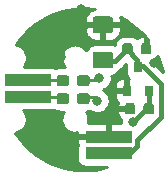
<source format=gtl>
%TF.GenerationSoftware,KiCad,Pcbnew,(5.1.0-1220-ga833aeeac)*%
%TF.CreationDate,2019-07-10T21:20:11+03:00*%
%TF.ProjectId,proto_II_sensor_kicad,70726f74-6f5f-4494-995f-73656e736f72,rev?*%
%TF.SameCoordinates,Original*%
%TF.FileFunction,Copper,L1,Top*%
%TF.FilePolarity,Positive*%
%FSLAX46Y46*%
G04 Gerber Fmt 4.6, Leading zero omitted, Abs format (unit mm)*
G04 Created by KiCad (PCBNEW (5.1.0-1220-ga833aeeac)) date 2019-07-10 21:20:11*
%MOMM*%
%LPD*%
G04 APERTURE LIST*
%ADD10R,0.800000X0.900000*%
%ADD11C,0.160000*%
%ADD12C,0.950000*%
%ADD13C,0.875000*%
%ADD14C,1.425000*%
%ADD15R,4.000000X1.000000*%
%ADD16C,0.800000*%
%ADD17C,0.400000*%
%ADD18C,0.250000*%
%ADD19C,0.254000*%
G04 APERTURE END LIST*
D10*
X135635356Y-126650000D03*
X136585356Y-128650000D03*
X134685356Y-128650000D03*
D11*
G36*
X131378387Y-128818079D02*
G01*
X131455438Y-128869562D01*
X131506921Y-128946613D01*
X131525000Y-129037500D01*
X131525000Y-129512500D01*
X131506921Y-129603387D01*
X131455438Y-129680438D01*
X131378387Y-129731921D01*
X131287500Y-129750000D01*
X130712500Y-129750000D01*
X130621613Y-129731921D01*
X130544562Y-129680438D01*
X130493079Y-129603387D01*
X130475000Y-129512500D01*
X130475000Y-129037500D01*
X130493079Y-128946613D01*
X130544562Y-128869562D01*
X130621613Y-128818079D01*
X130712500Y-128800000D01*
X131287500Y-128800000D01*
X131378387Y-128818079D01*
X131378387Y-128818079D01*
G37*
D12*
X131000000Y-129275000D03*
D11*
G36*
X129628387Y-128818079D02*
G01*
X129705438Y-128869562D01*
X129756921Y-128946613D01*
X129775000Y-129037500D01*
X129775000Y-129512500D01*
X129756921Y-129603387D01*
X129705438Y-129680438D01*
X129628387Y-129731921D01*
X129537500Y-129750000D01*
X128962500Y-129750000D01*
X128871613Y-129731921D01*
X128794562Y-129680438D01*
X128743079Y-129603387D01*
X128725000Y-129512500D01*
X128725000Y-129037500D01*
X128743079Y-128946613D01*
X128794562Y-128869562D01*
X128871613Y-128818079D01*
X128962500Y-128800000D01*
X129537500Y-128800000D01*
X129628387Y-128818079D01*
X129628387Y-128818079D01*
G37*
D12*
X129250000Y-129275000D03*
D11*
G36*
X131378387Y-127293079D02*
G01*
X131455438Y-127344562D01*
X131506921Y-127421613D01*
X131525000Y-127512500D01*
X131525000Y-127987500D01*
X131506921Y-128078387D01*
X131455438Y-128155438D01*
X131378387Y-128206921D01*
X131287500Y-128225000D01*
X130712500Y-128225000D01*
X130621613Y-128206921D01*
X130544562Y-128155438D01*
X130493079Y-128078387D01*
X130475000Y-127987500D01*
X130475000Y-127512500D01*
X130493079Y-127421613D01*
X130544562Y-127344562D01*
X130621613Y-127293079D01*
X130712500Y-127275000D01*
X131287500Y-127275000D01*
X131378387Y-127293079D01*
X131378387Y-127293079D01*
G37*
D12*
X131000000Y-127750000D03*
D11*
G36*
X129628387Y-127293079D02*
G01*
X129705438Y-127344562D01*
X129756921Y-127421613D01*
X129775000Y-127512500D01*
X129775000Y-127987500D01*
X129756921Y-128078387D01*
X129705438Y-128155438D01*
X129628387Y-128206921D01*
X129537500Y-128225000D01*
X128962500Y-128225000D01*
X128871613Y-128206921D01*
X128794562Y-128155438D01*
X128743079Y-128078387D01*
X128725000Y-127987500D01*
X128725000Y-127512500D01*
X128743079Y-127421613D01*
X128794562Y-127344562D01*
X128871613Y-127293079D01*
X128962500Y-127275000D01*
X129537500Y-127275000D01*
X129628387Y-127293079D01*
X129628387Y-127293079D01*
G37*
D12*
X129250000Y-127750000D03*
D11*
G36*
X135239962Y-129691651D02*
G01*
X135310930Y-129739070D01*
X135358349Y-129810038D01*
X135375000Y-129893750D01*
X135375000Y-130406250D01*
X135358349Y-130489962D01*
X135310930Y-130560930D01*
X135239962Y-130608349D01*
X135156250Y-130625000D01*
X134718750Y-130625000D01*
X134635038Y-130608349D01*
X134564070Y-130560930D01*
X134516651Y-130489962D01*
X134500000Y-130406250D01*
X134500000Y-129893750D01*
X134516651Y-129810038D01*
X134564070Y-129739070D01*
X134635038Y-129691651D01*
X134718750Y-129675000D01*
X135156250Y-129675000D01*
X135239962Y-129691651D01*
X135239962Y-129691651D01*
G37*
D13*
X134937500Y-130150000D03*
D11*
G36*
X136814962Y-129691651D02*
G01*
X136885930Y-129739070D01*
X136933349Y-129810038D01*
X136950000Y-129893750D01*
X136950000Y-130406250D01*
X136933349Y-130489962D01*
X136885930Y-130560930D01*
X136814962Y-130608349D01*
X136731250Y-130625000D01*
X136293750Y-130625000D01*
X136210038Y-130608349D01*
X136139070Y-130560930D01*
X136091651Y-130489962D01*
X136075000Y-130406250D01*
X136075000Y-129893750D01*
X136091651Y-129810038D01*
X136139070Y-129739070D01*
X136210038Y-129691651D01*
X136293750Y-129675000D01*
X136731250Y-129675000D01*
X136814962Y-129691651D01*
X136814962Y-129691651D01*
G37*
D13*
X136512500Y-130150000D03*
D11*
G36*
X136602463Y-124616651D02*
G01*
X136673431Y-124664070D01*
X136720850Y-124735038D01*
X136737501Y-124818750D01*
X136737501Y-125331250D01*
X136720850Y-125414962D01*
X136673431Y-125485930D01*
X136602463Y-125533349D01*
X136518751Y-125550000D01*
X136081251Y-125550000D01*
X135997539Y-125533349D01*
X135926571Y-125485930D01*
X135879152Y-125414962D01*
X135862501Y-125331250D01*
X135862501Y-124818750D01*
X135879152Y-124735038D01*
X135926571Y-124664070D01*
X135997539Y-124616651D01*
X136081251Y-124600000D01*
X136518751Y-124600000D01*
X136602463Y-124616651D01*
X136602463Y-124616651D01*
G37*
D13*
X136300001Y-125075000D03*
D11*
G36*
X135027463Y-124616651D02*
G01*
X135098431Y-124664070D01*
X135145850Y-124735038D01*
X135162501Y-124818750D01*
X135162501Y-125331250D01*
X135145850Y-125414962D01*
X135098431Y-125485930D01*
X135027463Y-125533349D01*
X134943751Y-125550000D01*
X134506251Y-125550000D01*
X134422539Y-125533349D01*
X134351571Y-125485930D01*
X134304152Y-125414962D01*
X134287501Y-125331250D01*
X134287501Y-124818750D01*
X134304152Y-124735038D01*
X134351571Y-124664070D01*
X134422539Y-124616651D01*
X134506251Y-124600000D01*
X134943751Y-124600000D01*
X135027463Y-124616651D01*
X135027463Y-124616651D01*
G37*
D13*
X134725001Y-125075000D03*
D11*
G36*
X133370671Y-122356530D02*
G01*
X133451777Y-122410723D01*
X133505970Y-122491829D01*
X133525000Y-122587500D01*
X133525000Y-123512500D01*
X133505970Y-123608171D01*
X133451777Y-123689277D01*
X133370671Y-123743470D01*
X133275000Y-123762500D01*
X132025000Y-123762500D01*
X131929329Y-123743470D01*
X131848223Y-123689277D01*
X131794030Y-123608171D01*
X131775000Y-123512500D01*
X131775000Y-122587500D01*
X131794030Y-122491829D01*
X131848223Y-122410723D01*
X131929329Y-122356530D01*
X132025000Y-122337500D01*
X133275000Y-122337500D01*
X133370671Y-122356530D01*
X133370671Y-122356530D01*
G37*
D14*
X132650000Y-123050000D03*
D11*
G36*
X133370671Y-125331530D02*
G01*
X133451777Y-125385723D01*
X133505970Y-125466829D01*
X133525000Y-125562500D01*
X133525000Y-126487500D01*
X133505970Y-126583171D01*
X133451777Y-126664277D01*
X133370671Y-126718470D01*
X133275000Y-126737500D01*
X132025000Y-126737500D01*
X131929329Y-126718470D01*
X131848223Y-126664277D01*
X131794030Y-126583171D01*
X131775000Y-126487500D01*
X131775000Y-125562500D01*
X131794030Y-125466829D01*
X131848223Y-125385723D01*
X131929329Y-125331530D01*
X132025000Y-125312500D01*
X133275000Y-125312500D01*
X133370671Y-125331530D01*
X133370671Y-125331530D01*
G37*
D14*
X132650000Y-126025000D03*
D15*
X126275000Y-129150000D03*
X126275000Y-127750000D03*
X133125000Y-132525000D03*
X133125000Y-133925000D03*
D16*
X129075000Y-125800000D03*
X130825000Y-121725000D03*
X126475000Y-125300000D03*
X134900000Y-123425000D03*
X136950000Y-126300000D03*
X126650000Y-124200000D03*
X126900000Y-133375000D03*
X125730000Y-132334000D03*
X127000000Y-130810000D03*
X127250000Y-123175000D03*
X135200000Y-131275000D03*
X132175000Y-129475000D03*
X132350000Y-127550000D03*
D17*
X136325000Y-130150000D02*
X135200000Y-131275000D01*
X136512500Y-130150000D02*
X136325000Y-130150000D01*
X136585356Y-130089644D02*
X136550000Y-130125000D01*
X136585356Y-128650000D02*
X136585356Y-130089644D01*
X133125000Y-134050000D02*
X133075000Y-134000000D01*
X133125000Y-134025000D02*
X133125000Y-134050000D01*
X133125000Y-134000000D02*
X133125000Y-134025000D01*
X134870002Y-134000000D02*
X133125000Y-134000000D01*
X137525000Y-130825000D02*
X135525001Y-132824999D01*
X137525000Y-128019642D02*
X137525000Y-130825000D01*
X135525001Y-133345001D02*
X134870002Y-134000000D01*
X135525001Y-132824999D02*
X135525001Y-133345001D01*
X135550000Y-126550000D02*
X136055358Y-126550000D01*
X136055358Y-126550000D02*
X137525000Y-128019642D01*
X135550000Y-126000000D02*
X135550000Y-126550000D01*
X134675000Y-125125000D02*
X135550000Y-126000000D01*
X133675000Y-126125000D02*
X134675000Y-125125000D01*
X132625000Y-126125000D02*
X133675000Y-126125000D01*
D18*
X129225000Y-129150000D02*
X129250000Y-129175000D01*
X126275000Y-129150000D02*
X129225000Y-129150000D01*
X129200000Y-127750000D02*
X129225000Y-127775000D01*
X126275000Y-127750000D02*
X129200000Y-127750000D01*
X131875000Y-129175000D02*
X132175000Y-129475000D01*
X131000000Y-129175000D02*
X131875000Y-129175000D01*
X132150000Y-127750000D02*
X132350000Y-127550000D01*
X131000000Y-127750000D02*
X132150000Y-127750000D01*
X134625000Y-125225000D02*
X134625000Y-125125000D01*
X132625000Y-126125000D02*
X132675000Y-126125000D01*
D19*
G36*
X134592519Y-127100000D02*
G01*
X134596846Y-127132870D01*
X134665955Y-127390789D01*
X134691340Y-127439553D01*
X134806494Y-127576788D01*
X134840282Y-127605139D01*
X134844488Y-127607568D01*
X134823833Y-127631405D01*
X134812356Y-127684163D01*
X134812356Y-128777000D01*
X133769519Y-128777000D01*
X133700858Y-128797161D01*
X133653996Y-128851242D01*
X133642519Y-128904000D01*
X133642519Y-129100000D01*
X133646846Y-129132870D01*
X133715955Y-129390789D01*
X133741340Y-129439553D01*
X133856494Y-129576788D01*
X133890282Y-129605139D01*
X133910052Y-129616553D01*
X133900994Y-129636386D01*
X133890810Y-129671070D01*
X133861069Y-129877925D01*
X133859776Y-129895999D01*
X133859776Y-129896000D01*
X133879937Y-129964661D01*
X133934018Y-130011523D01*
X133986776Y-130023000D01*
X135064500Y-130023000D01*
X135064500Y-130229631D01*
X135050140Y-130243991D01*
X135047590Y-130244327D01*
X134925653Y-130277000D01*
X133986776Y-130277000D01*
X133918115Y-130297161D01*
X133871253Y-130351242D01*
X133859776Y-130404000D01*
X133859776Y-130404001D01*
X133862678Y-130430997D01*
X133929028Y-130736004D01*
X133946287Y-130777669D01*
X134059271Y-130953476D01*
X134082943Y-130980795D01*
X134183884Y-131068261D01*
X134169327Y-131122590D01*
X134165000Y-131155460D01*
X134165000Y-131382163D01*
X133379000Y-131382163D01*
X133310339Y-131402324D01*
X133263477Y-131456405D01*
X133252000Y-131509163D01*
X133252000Y-132652000D01*
X130609163Y-132652000D01*
X130540502Y-132672161D01*
X130493640Y-132726242D01*
X130482163Y-132779000D01*
X130482163Y-133025000D01*
X130486490Y-133057870D01*
X130524692Y-133200443D01*
X130515201Y-133226520D01*
X130484092Y-133402947D01*
X130482163Y-133425000D01*
X130482163Y-134425000D01*
X130486490Y-134457870D01*
X130555599Y-134715789D01*
X130580984Y-134764553D01*
X130696138Y-134901788D01*
X130729926Y-134930139D01*
X130885073Y-135019713D01*
X130926520Y-135034799D01*
X131102947Y-135065908D01*
X131125000Y-135067837D01*
X133002521Y-135067837D01*
X132882070Y-135107090D01*
X132381402Y-135229603D01*
X131872912Y-135314238D01*
X131359547Y-135360507D01*
X130844142Y-135368153D01*
X130329611Y-135337134D01*
X129818864Y-135267624D01*
X129314753Y-135160012D01*
X128820147Y-135014910D01*
X128337796Y-134833127D01*
X127870442Y-134615692D01*
X127420699Y-134363823D01*
X126991127Y-134078956D01*
X126584096Y-133762662D01*
X126201938Y-133416749D01*
X125846803Y-133043168D01*
X125520657Y-132643987D01*
X125225377Y-132221498D01*
X125200987Y-132180339D01*
X125369437Y-132150636D01*
X125393309Y-132143970D01*
X125577609Y-132072485D01*
X125599733Y-132061310D01*
X125766639Y-131955388D01*
X125786170Y-131940128D01*
X125929324Y-131803805D01*
X125945521Y-131785041D01*
X126059469Y-131623508D01*
X126071711Y-131601958D01*
X126152115Y-131421370D01*
X126159939Y-131397850D01*
X126203734Y-131205083D01*
X126206878Y-131178720D01*
X126210031Y-130952934D01*
X126207624Y-130926493D01*
X126169228Y-130732578D01*
X126162064Y-130708850D01*
X126086734Y-130526087D01*
X126075098Y-130504202D01*
X125965704Y-130339551D01*
X125950039Y-130320344D01*
X125922723Y-130292837D01*
X128275000Y-130292837D01*
X128307870Y-130288510D01*
X128479193Y-130242604D01*
X128504993Y-130259185D01*
X128699994Y-130348238D01*
X128734677Y-130358422D01*
X128946868Y-130388931D01*
X128964942Y-130390224D01*
X129351137Y-130390224D01*
X129282619Y-130490292D01*
X129270679Y-130512012D01*
X129192805Y-130693705D01*
X129185310Y-130717331D01*
X129144210Y-130910691D01*
X129141447Y-130935323D01*
X129138687Y-131132982D01*
X129140761Y-131157681D01*
X129176446Y-131352113D01*
X129183279Y-131375939D01*
X129256050Y-131559736D01*
X129267379Y-131581781D01*
X129374463Y-131747943D01*
X129389859Y-131767367D01*
X129527178Y-131909566D01*
X129546053Y-131925631D01*
X129708377Y-132038449D01*
X129730014Y-132050541D01*
X129911160Y-132129681D01*
X129934732Y-132137340D01*
X130127799Y-132179789D01*
X130152411Y-132182724D01*
X130350047Y-132186864D01*
X130374761Y-132184963D01*
X130482163Y-132166025D01*
X130482163Y-132271000D01*
X130502324Y-132339661D01*
X130556405Y-132386523D01*
X130609163Y-132398000D01*
X132871000Y-132398000D01*
X132939661Y-132377839D01*
X132986523Y-132323758D01*
X132998000Y-132271000D01*
X132998000Y-131509163D01*
X132977839Y-131440502D01*
X132923758Y-131393640D01*
X132871000Y-131382163D01*
X131363503Y-131382163D01*
X131403734Y-131205083D01*
X131406878Y-131178720D01*
X131410031Y-130952934D01*
X131407624Y-130926493D01*
X131369228Y-130732578D01*
X131362064Y-130708850D01*
X131286734Y-130526087D01*
X131275098Y-130504202D01*
X131199371Y-130390224D01*
X131285058Y-130390224D01*
X131312054Y-130387322D01*
X131583073Y-130328366D01*
X131761025Y-130431106D01*
X131791655Y-130443794D01*
X132022590Y-130505673D01*
X132055460Y-130510000D01*
X132294540Y-130510000D01*
X132327410Y-130505673D01*
X132558345Y-130443794D01*
X132588975Y-130431106D01*
X132796025Y-130311566D01*
X132822328Y-130291384D01*
X132991384Y-130122328D01*
X133011566Y-130096025D01*
X133131106Y-129888975D01*
X133143794Y-129858345D01*
X133205673Y-129627410D01*
X133210000Y-129594540D01*
X133210000Y-129355460D01*
X133205673Y-129322590D01*
X133143794Y-129091655D01*
X133131106Y-129061025D01*
X133011566Y-128853975D01*
X132991384Y-128827672D01*
X132822328Y-128658616D01*
X132796025Y-128638434D01*
X132634620Y-128545247D01*
X132733345Y-128518794D01*
X132763975Y-128506106D01*
X132971025Y-128386566D01*
X132997328Y-128366384D01*
X133163712Y-128200000D01*
X133642519Y-128200000D01*
X133642519Y-128396000D01*
X133662680Y-128464661D01*
X133716761Y-128511523D01*
X133769519Y-128523000D01*
X134431356Y-128523000D01*
X134500017Y-128502839D01*
X134546879Y-128448758D01*
X134558356Y-128396000D01*
X134558356Y-127684163D01*
X134538195Y-127615502D01*
X134484114Y-127568640D01*
X134431356Y-127557163D01*
X134285356Y-127557163D01*
X134252486Y-127561490D01*
X133994568Y-127630599D01*
X133945804Y-127655984D01*
X133808568Y-127771138D01*
X133780217Y-127804926D01*
X133690643Y-127960073D01*
X133675557Y-128001520D01*
X133644448Y-128177947D01*
X133642519Y-128200000D01*
X133163712Y-128200000D01*
X133166384Y-128197328D01*
X133186566Y-128171025D01*
X133306106Y-127963975D01*
X133318794Y-127933345D01*
X133380673Y-127702410D01*
X133385000Y-127669540D01*
X133385000Y-127430460D01*
X133380673Y-127397590D01*
X133370433Y-127359375D01*
X133617548Y-127305619D01*
X133659214Y-127288360D01*
X133842580Y-127170517D01*
X133869898Y-127146845D01*
X134012637Y-126982116D01*
X134032180Y-126951706D01*
X134070902Y-126866917D01*
X134086346Y-126858644D01*
X134098101Y-126849945D01*
X134112937Y-126843200D01*
X134143273Y-126823799D01*
X134203080Y-126772266D01*
X134216728Y-126762167D01*
X134230990Y-126749879D01*
X134243001Y-126737868D01*
X134296909Y-126691418D01*
X134320580Y-126664284D01*
X134327940Y-126652929D01*
X134592519Y-126388350D01*
X134592519Y-127100000D01*
X134592519Y-127100000D01*
G37*
X134592519Y-127100000D02*
X134596846Y-127132870D01*
X134665955Y-127390789D01*
X134691340Y-127439553D01*
X134806494Y-127576788D01*
X134840282Y-127605139D01*
X134844488Y-127607568D01*
X134823833Y-127631405D01*
X134812356Y-127684163D01*
X134812356Y-128777000D01*
X133769519Y-128777000D01*
X133700858Y-128797161D01*
X133653996Y-128851242D01*
X133642519Y-128904000D01*
X133642519Y-129100000D01*
X133646846Y-129132870D01*
X133715955Y-129390789D01*
X133741340Y-129439553D01*
X133856494Y-129576788D01*
X133890282Y-129605139D01*
X133910052Y-129616553D01*
X133900994Y-129636386D01*
X133890810Y-129671070D01*
X133861069Y-129877925D01*
X133859776Y-129895999D01*
X133859776Y-129896000D01*
X133879937Y-129964661D01*
X133934018Y-130011523D01*
X133986776Y-130023000D01*
X135064500Y-130023000D01*
X135064500Y-130229631D01*
X135050140Y-130243991D01*
X135047590Y-130244327D01*
X134925653Y-130277000D01*
X133986776Y-130277000D01*
X133918115Y-130297161D01*
X133871253Y-130351242D01*
X133859776Y-130404000D01*
X133859776Y-130404001D01*
X133862678Y-130430997D01*
X133929028Y-130736004D01*
X133946287Y-130777669D01*
X134059271Y-130953476D01*
X134082943Y-130980795D01*
X134183884Y-131068261D01*
X134169327Y-131122590D01*
X134165000Y-131155460D01*
X134165000Y-131382163D01*
X133379000Y-131382163D01*
X133310339Y-131402324D01*
X133263477Y-131456405D01*
X133252000Y-131509163D01*
X133252000Y-132652000D01*
X130609163Y-132652000D01*
X130540502Y-132672161D01*
X130493640Y-132726242D01*
X130482163Y-132779000D01*
X130482163Y-133025000D01*
X130486490Y-133057870D01*
X130524692Y-133200443D01*
X130515201Y-133226520D01*
X130484092Y-133402947D01*
X130482163Y-133425000D01*
X130482163Y-134425000D01*
X130486490Y-134457870D01*
X130555599Y-134715789D01*
X130580984Y-134764553D01*
X130696138Y-134901788D01*
X130729926Y-134930139D01*
X130885073Y-135019713D01*
X130926520Y-135034799D01*
X131102947Y-135065908D01*
X131125000Y-135067837D01*
X133002521Y-135067837D01*
X132882070Y-135107090D01*
X132381402Y-135229603D01*
X131872912Y-135314238D01*
X131359547Y-135360507D01*
X130844142Y-135368153D01*
X130329611Y-135337134D01*
X129818864Y-135267624D01*
X129314753Y-135160012D01*
X128820147Y-135014910D01*
X128337796Y-134833127D01*
X127870442Y-134615692D01*
X127420699Y-134363823D01*
X126991127Y-134078956D01*
X126584096Y-133762662D01*
X126201938Y-133416749D01*
X125846803Y-133043168D01*
X125520657Y-132643987D01*
X125225377Y-132221498D01*
X125200987Y-132180339D01*
X125369437Y-132150636D01*
X125393309Y-132143970D01*
X125577609Y-132072485D01*
X125599733Y-132061310D01*
X125766639Y-131955388D01*
X125786170Y-131940128D01*
X125929324Y-131803805D01*
X125945521Y-131785041D01*
X126059469Y-131623508D01*
X126071711Y-131601958D01*
X126152115Y-131421370D01*
X126159939Y-131397850D01*
X126203734Y-131205083D01*
X126206878Y-131178720D01*
X126210031Y-130952934D01*
X126207624Y-130926493D01*
X126169228Y-130732578D01*
X126162064Y-130708850D01*
X126086734Y-130526087D01*
X126075098Y-130504202D01*
X125965704Y-130339551D01*
X125950039Y-130320344D01*
X125922723Y-130292837D01*
X128275000Y-130292837D01*
X128307870Y-130288510D01*
X128479193Y-130242604D01*
X128504993Y-130259185D01*
X128699994Y-130348238D01*
X128734677Y-130358422D01*
X128946868Y-130388931D01*
X128964942Y-130390224D01*
X129351137Y-130390224D01*
X129282619Y-130490292D01*
X129270679Y-130512012D01*
X129192805Y-130693705D01*
X129185310Y-130717331D01*
X129144210Y-130910691D01*
X129141447Y-130935323D01*
X129138687Y-131132982D01*
X129140761Y-131157681D01*
X129176446Y-131352113D01*
X129183279Y-131375939D01*
X129256050Y-131559736D01*
X129267379Y-131581781D01*
X129374463Y-131747943D01*
X129389859Y-131767367D01*
X129527178Y-131909566D01*
X129546053Y-131925631D01*
X129708377Y-132038449D01*
X129730014Y-132050541D01*
X129911160Y-132129681D01*
X129934732Y-132137340D01*
X130127799Y-132179789D01*
X130152411Y-132182724D01*
X130350047Y-132186864D01*
X130374761Y-132184963D01*
X130482163Y-132166025D01*
X130482163Y-132271000D01*
X130502324Y-132339661D01*
X130556405Y-132386523D01*
X130609163Y-132398000D01*
X132871000Y-132398000D01*
X132939661Y-132377839D01*
X132986523Y-132323758D01*
X132998000Y-132271000D01*
X132998000Y-131509163D01*
X132977839Y-131440502D01*
X132923758Y-131393640D01*
X132871000Y-131382163D01*
X131363503Y-131382163D01*
X131403734Y-131205083D01*
X131406878Y-131178720D01*
X131410031Y-130952934D01*
X131407624Y-130926493D01*
X131369228Y-130732578D01*
X131362064Y-130708850D01*
X131286734Y-130526087D01*
X131275098Y-130504202D01*
X131199371Y-130390224D01*
X131285058Y-130390224D01*
X131312054Y-130387322D01*
X131583073Y-130328366D01*
X131761025Y-130431106D01*
X131791655Y-130443794D01*
X132022590Y-130505673D01*
X132055460Y-130510000D01*
X132294540Y-130510000D01*
X132327410Y-130505673D01*
X132558345Y-130443794D01*
X132588975Y-130431106D01*
X132796025Y-130311566D01*
X132822328Y-130291384D01*
X132991384Y-130122328D01*
X133011566Y-130096025D01*
X133131106Y-129888975D01*
X133143794Y-129858345D01*
X133205673Y-129627410D01*
X133210000Y-129594540D01*
X133210000Y-129355460D01*
X133205673Y-129322590D01*
X133143794Y-129091655D01*
X133131106Y-129061025D01*
X133011566Y-128853975D01*
X132991384Y-128827672D01*
X132822328Y-128658616D01*
X132796025Y-128638434D01*
X132634620Y-128545247D01*
X132733345Y-128518794D01*
X132763975Y-128506106D01*
X132971025Y-128386566D01*
X132997328Y-128366384D01*
X133163712Y-128200000D01*
X133642519Y-128200000D01*
X133642519Y-128396000D01*
X133662680Y-128464661D01*
X133716761Y-128511523D01*
X133769519Y-128523000D01*
X134431356Y-128523000D01*
X134500017Y-128502839D01*
X134546879Y-128448758D01*
X134558356Y-128396000D01*
X134558356Y-127684163D01*
X134538195Y-127615502D01*
X134484114Y-127568640D01*
X134431356Y-127557163D01*
X134285356Y-127557163D01*
X134252486Y-127561490D01*
X133994568Y-127630599D01*
X133945804Y-127655984D01*
X133808568Y-127771138D01*
X133780217Y-127804926D01*
X133690643Y-127960073D01*
X133675557Y-128001520D01*
X133644448Y-128177947D01*
X133642519Y-128200000D01*
X133163712Y-128200000D01*
X133166384Y-128197328D01*
X133186566Y-128171025D01*
X133306106Y-127963975D01*
X133318794Y-127933345D01*
X133380673Y-127702410D01*
X133385000Y-127669540D01*
X133385000Y-127430460D01*
X133380673Y-127397590D01*
X133370433Y-127359375D01*
X133617548Y-127305619D01*
X133659214Y-127288360D01*
X133842580Y-127170517D01*
X133869898Y-127146845D01*
X134012637Y-126982116D01*
X134032180Y-126951706D01*
X134070902Y-126866917D01*
X134086346Y-126858644D01*
X134098101Y-126849945D01*
X134112937Y-126843200D01*
X134143273Y-126823799D01*
X134203080Y-126772266D01*
X134216728Y-126762167D01*
X134230990Y-126749879D01*
X134243001Y-126737868D01*
X134296909Y-126691418D01*
X134320580Y-126664284D01*
X134327940Y-126652929D01*
X134592519Y-126388350D01*
X134592519Y-127100000D01*
G36*
X137295337Y-125749627D02*
G01*
X137483841Y-126229400D01*
X137635836Y-126721936D01*
X137703119Y-127016892D01*
X136814578Y-126128352D01*
X136848505Y-126120972D01*
X136890170Y-126103713D01*
X137065977Y-125990729D01*
X137093296Y-125967057D01*
X137230150Y-125809119D01*
X137249693Y-125778710D01*
X137278714Y-125715163D01*
X137295337Y-125749627D01*
X137295337Y-125749627D01*
G37*
X137295337Y-125749627D02*
X137483841Y-126229400D01*
X137635836Y-126721936D01*
X137703119Y-127016892D01*
X136814578Y-126128352D01*
X136848505Y-126120972D01*
X136890170Y-126103713D01*
X137065977Y-125990729D01*
X137093296Y-125967057D01*
X137230150Y-125809119D01*
X137249693Y-125778710D01*
X137278714Y-125715163D01*
X137295337Y-125749627D01*
G36*
X131741946Y-121670261D02*
G01*
X131978496Y-121704981D01*
X131682452Y-121769381D01*
X131640786Y-121786640D01*
X131457420Y-121904483D01*
X131430102Y-121928155D01*
X131287363Y-122092884D01*
X131267820Y-122123293D01*
X131177273Y-122321564D01*
X131167089Y-122356248D01*
X131136069Y-122571997D01*
X131134776Y-122590071D01*
X131134776Y-122796000D01*
X131154937Y-122864661D01*
X131209018Y-122911523D01*
X131261776Y-122923000D01*
X134038224Y-122923000D01*
X134106885Y-122902839D01*
X134153747Y-122848758D01*
X134165224Y-122796000D01*
X134165224Y-122590071D01*
X134162322Y-122563075D01*
X134123348Y-122383914D01*
X134193433Y-122417418D01*
X134640508Y-122673978D01*
X135067080Y-122963332D01*
X135470766Y-123283864D01*
X135849286Y-123633764D01*
X136200497Y-124011052D01*
X136427001Y-124294281D01*
X136427001Y-125202000D01*
X136173001Y-125202000D01*
X136173001Y-124094933D01*
X136152840Y-124026272D01*
X136098759Y-123979410D01*
X136019005Y-123970835D01*
X135751497Y-124029028D01*
X135709832Y-124046287D01*
X135534025Y-124159271D01*
X135507781Y-124182010D01*
X135421620Y-124107351D01*
X135391211Y-124087808D01*
X135201115Y-124000994D01*
X135166431Y-123990810D01*
X134959576Y-123961069D01*
X134941502Y-123959776D01*
X134508500Y-123959776D01*
X134481504Y-123962678D01*
X134176497Y-124029028D01*
X134134832Y-124046287D01*
X133959025Y-124159271D01*
X133931706Y-124182943D01*
X133794852Y-124340881D01*
X133775309Y-124371290D01*
X133688495Y-124561386D01*
X133678311Y-124596070D01*
X133653831Y-124766330D01*
X133540936Y-124714773D01*
X133506252Y-124704589D01*
X133290503Y-124673569D01*
X133272429Y-124672276D01*
X132027571Y-124672276D01*
X132000575Y-124675178D01*
X131682452Y-124744381D01*
X131640786Y-124761640D01*
X131457420Y-124879483D01*
X131430102Y-124903155D01*
X131287363Y-125067884D01*
X131267820Y-125098293D01*
X131215056Y-125213831D01*
X131165704Y-125139551D01*
X131150039Y-125120344D01*
X131010748Y-124980077D01*
X130991650Y-124964277D01*
X130827767Y-124853736D01*
X130805963Y-124841947D01*
X130623730Y-124765344D01*
X130600053Y-124758015D01*
X130406411Y-124718266D01*
X130381761Y-124715675D01*
X130184087Y-124714295D01*
X130159403Y-124716541D01*
X129965226Y-124753582D01*
X129941448Y-124760581D01*
X129758163Y-124834633D01*
X129736197Y-124846116D01*
X129570786Y-124954358D01*
X129551470Y-124969889D01*
X129410234Y-125108197D01*
X129394301Y-125127184D01*
X129282619Y-125290292D01*
X129270679Y-125312012D01*
X129192805Y-125493705D01*
X129185310Y-125517331D01*
X129144210Y-125710691D01*
X129141447Y-125735323D01*
X129138687Y-125932982D01*
X129140761Y-125957681D01*
X129176446Y-126152113D01*
X129183279Y-126175939D01*
X129256050Y-126359736D01*
X129267379Y-126381781D01*
X129374463Y-126547943D01*
X129389859Y-126567367D01*
X129454955Y-126634776D01*
X128964942Y-126634776D01*
X128937946Y-126637678D01*
X128625070Y-126705740D01*
X128611820Y-126711228D01*
X128514927Y-126655287D01*
X128473480Y-126640201D01*
X128297053Y-126609092D01*
X128275000Y-126607163D01*
X125925798Y-126607163D01*
X125929324Y-126603805D01*
X125945521Y-126585041D01*
X126059469Y-126423508D01*
X126071711Y-126401958D01*
X126152115Y-126221370D01*
X126159939Y-126197850D01*
X126203734Y-126005083D01*
X126206878Y-125978720D01*
X126210031Y-125752934D01*
X126207624Y-125726493D01*
X126169228Y-125532578D01*
X126162064Y-125508850D01*
X126086734Y-125326087D01*
X126075098Y-125304202D01*
X125965704Y-125139551D01*
X125950039Y-125120344D01*
X125810748Y-124980077D01*
X125791650Y-124964277D01*
X125627767Y-124853736D01*
X125605963Y-124841947D01*
X125423730Y-124765344D01*
X125400053Y-124758015D01*
X125262490Y-124729777D01*
X125442117Y-124461961D01*
X125760529Y-124056604D01*
X126108437Y-123676263D01*
X126483880Y-123323082D01*
X126507486Y-123304000D01*
X131134776Y-123304000D01*
X131134776Y-123509929D01*
X131137678Y-123536925D01*
X131206881Y-123855048D01*
X131224140Y-123896714D01*
X131341983Y-124080080D01*
X131365655Y-124107398D01*
X131530384Y-124250137D01*
X131560793Y-124269680D01*
X131759064Y-124360227D01*
X131793748Y-124370411D01*
X132009497Y-124401431D01*
X132027571Y-124402724D01*
X132396000Y-124402724D01*
X132464661Y-124382563D01*
X132511523Y-124328482D01*
X132523000Y-124275724D01*
X132523000Y-123304000D01*
X132777000Y-123304000D01*
X132777000Y-124275724D01*
X132797161Y-124344385D01*
X132851242Y-124391247D01*
X132904000Y-124402724D01*
X133272429Y-124402724D01*
X133299425Y-124399822D01*
X133617548Y-124330619D01*
X133659214Y-124313360D01*
X133842580Y-124195517D01*
X133869898Y-124171845D01*
X134012637Y-124007116D01*
X134032180Y-123976707D01*
X134122727Y-123778436D01*
X134132911Y-123743752D01*
X134163931Y-123528003D01*
X134165224Y-123509929D01*
X134165224Y-123304000D01*
X134145063Y-123235339D01*
X134090982Y-123188477D01*
X134038224Y-123177000D01*
X132904000Y-123177000D01*
X132835339Y-123197161D01*
X132788477Y-123251242D01*
X132777000Y-123304000D01*
X132523000Y-123304000D01*
X132502839Y-123235339D01*
X132448758Y-123188477D01*
X132396000Y-123177000D01*
X131261776Y-123177000D01*
X131193115Y-123197161D01*
X131146253Y-123251242D01*
X131134776Y-123304000D01*
X126507486Y-123304000D01*
X126884761Y-122999034D01*
X127308789Y-122705970D01*
X127753613Y-122445514D01*
X128216705Y-122219149D01*
X128695481Y-122028137D01*
X129187205Y-121873568D01*
X129689160Y-121756298D01*
X130198479Y-121676996D01*
X130712319Y-121636105D01*
X131227774Y-121633856D01*
X131741946Y-121670261D01*
X131741946Y-121670261D01*
G37*
X131741946Y-121670261D02*
X131978496Y-121704981D01*
X131682452Y-121769381D01*
X131640786Y-121786640D01*
X131457420Y-121904483D01*
X131430102Y-121928155D01*
X131287363Y-122092884D01*
X131267820Y-122123293D01*
X131177273Y-122321564D01*
X131167089Y-122356248D01*
X131136069Y-122571997D01*
X131134776Y-122590071D01*
X131134776Y-122796000D01*
X131154937Y-122864661D01*
X131209018Y-122911523D01*
X131261776Y-122923000D01*
X134038224Y-122923000D01*
X134106885Y-122902839D01*
X134153747Y-122848758D01*
X134165224Y-122796000D01*
X134165224Y-122590071D01*
X134162322Y-122563075D01*
X134123348Y-122383914D01*
X134193433Y-122417418D01*
X134640508Y-122673978D01*
X135067080Y-122963332D01*
X135470766Y-123283864D01*
X135849286Y-123633764D01*
X136200497Y-124011052D01*
X136427001Y-124294281D01*
X136427001Y-125202000D01*
X136173001Y-125202000D01*
X136173001Y-124094933D01*
X136152840Y-124026272D01*
X136098759Y-123979410D01*
X136019005Y-123970835D01*
X135751497Y-124029028D01*
X135709832Y-124046287D01*
X135534025Y-124159271D01*
X135507781Y-124182010D01*
X135421620Y-124107351D01*
X135391211Y-124087808D01*
X135201115Y-124000994D01*
X135166431Y-123990810D01*
X134959576Y-123961069D01*
X134941502Y-123959776D01*
X134508500Y-123959776D01*
X134481504Y-123962678D01*
X134176497Y-124029028D01*
X134134832Y-124046287D01*
X133959025Y-124159271D01*
X133931706Y-124182943D01*
X133794852Y-124340881D01*
X133775309Y-124371290D01*
X133688495Y-124561386D01*
X133678311Y-124596070D01*
X133653831Y-124766330D01*
X133540936Y-124714773D01*
X133506252Y-124704589D01*
X133290503Y-124673569D01*
X133272429Y-124672276D01*
X132027571Y-124672276D01*
X132000575Y-124675178D01*
X131682452Y-124744381D01*
X131640786Y-124761640D01*
X131457420Y-124879483D01*
X131430102Y-124903155D01*
X131287363Y-125067884D01*
X131267820Y-125098293D01*
X131215056Y-125213831D01*
X131165704Y-125139551D01*
X131150039Y-125120344D01*
X131010748Y-124980077D01*
X130991650Y-124964277D01*
X130827767Y-124853736D01*
X130805963Y-124841947D01*
X130623730Y-124765344D01*
X130600053Y-124758015D01*
X130406411Y-124718266D01*
X130381761Y-124715675D01*
X130184087Y-124714295D01*
X130159403Y-124716541D01*
X129965226Y-124753582D01*
X129941448Y-124760581D01*
X129758163Y-124834633D01*
X129736197Y-124846116D01*
X129570786Y-124954358D01*
X129551470Y-124969889D01*
X129410234Y-125108197D01*
X129394301Y-125127184D01*
X129282619Y-125290292D01*
X129270679Y-125312012D01*
X129192805Y-125493705D01*
X129185310Y-125517331D01*
X129144210Y-125710691D01*
X129141447Y-125735323D01*
X129138687Y-125932982D01*
X129140761Y-125957681D01*
X129176446Y-126152113D01*
X129183279Y-126175939D01*
X129256050Y-126359736D01*
X129267379Y-126381781D01*
X129374463Y-126547943D01*
X129389859Y-126567367D01*
X129454955Y-126634776D01*
X128964942Y-126634776D01*
X128937946Y-126637678D01*
X128625070Y-126705740D01*
X128611820Y-126711228D01*
X128514927Y-126655287D01*
X128473480Y-126640201D01*
X128297053Y-126609092D01*
X128275000Y-126607163D01*
X125925798Y-126607163D01*
X125929324Y-126603805D01*
X125945521Y-126585041D01*
X126059469Y-126423508D01*
X126071711Y-126401958D01*
X126152115Y-126221370D01*
X126159939Y-126197850D01*
X126203734Y-126005083D01*
X126206878Y-125978720D01*
X126210031Y-125752934D01*
X126207624Y-125726493D01*
X126169228Y-125532578D01*
X126162064Y-125508850D01*
X126086734Y-125326087D01*
X126075098Y-125304202D01*
X125965704Y-125139551D01*
X125950039Y-125120344D01*
X125810748Y-124980077D01*
X125791650Y-124964277D01*
X125627767Y-124853736D01*
X125605963Y-124841947D01*
X125423730Y-124765344D01*
X125400053Y-124758015D01*
X125262490Y-124729777D01*
X125442117Y-124461961D01*
X125760529Y-124056604D01*
X126108437Y-123676263D01*
X126483880Y-123323082D01*
X126507486Y-123304000D01*
X131134776Y-123304000D01*
X131134776Y-123509929D01*
X131137678Y-123536925D01*
X131206881Y-123855048D01*
X131224140Y-123896714D01*
X131341983Y-124080080D01*
X131365655Y-124107398D01*
X131530384Y-124250137D01*
X131560793Y-124269680D01*
X131759064Y-124360227D01*
X131793748Y-124370411D01*
X132009497Y-124401431D01*
X132027571Y-124402724D01*
X132396000Y-124402724D01*
X132464661Y-124382563D01*
X132511523Y-124328482D01*
X132523000Y-124275724D01*
X132523000Y-123304000D01*
X132777000Y-123304000D01*
X132777000Y-124275724D01*
X132797161Y-124344385D01*
X132851242Y-124391247D01*
X132904000Y-124402724D01*
X133272429Y-124402724D01*
X133299425Y-124399822D01*
X133617548Y-124330619D01*
X133659214Y-124313360D01*
X133842580Y-124195517D01*
X133869898Y-124171845D01*
X134012637Y-124007116D01*
X134032180Y-123976707D01*
X134122727Y-123778436D01*
X134132911Y-123743752D01*
X134163931Y-123528003D01*
X134165224Y-123509929D01*
X134165224Y-123304000D01*
X134145063Y-123235339D01*
X134090982Y-123188477D01*
X134038224Y-123177000D01*
X132904000Y-123177000D01*
X132835339Y-123197161D01*
X132788477Y-123251242D01*
X132777000Y-123304000D01*
X132523000Y-123304000D01*
X132502839Y-123235339D01*
X132448758Y-123188477D01*
X132396000Y-123177000D01*
X131261776Y-123177000D01*
X131193115Y-123197161D01*
X131146253Y-123251242D01*
X131134776Y-123304000D01*
X126507486Y-123304000D01*
X126884761Y-122999034D01*
X127308789Y-122705970D01*
X127753613Y-122445514D01*
X128216705Y-122219149D01*
X128695481Y-122028137D01*
X129187205Y-121873568D01*
X129689160Y-121756298D01*
X130198479Y-121676996D01*
X130712319Y-121636105D01*
X131227774Y-121633856D01*
X131741946Y-121670261D01*
M02*

</source>
